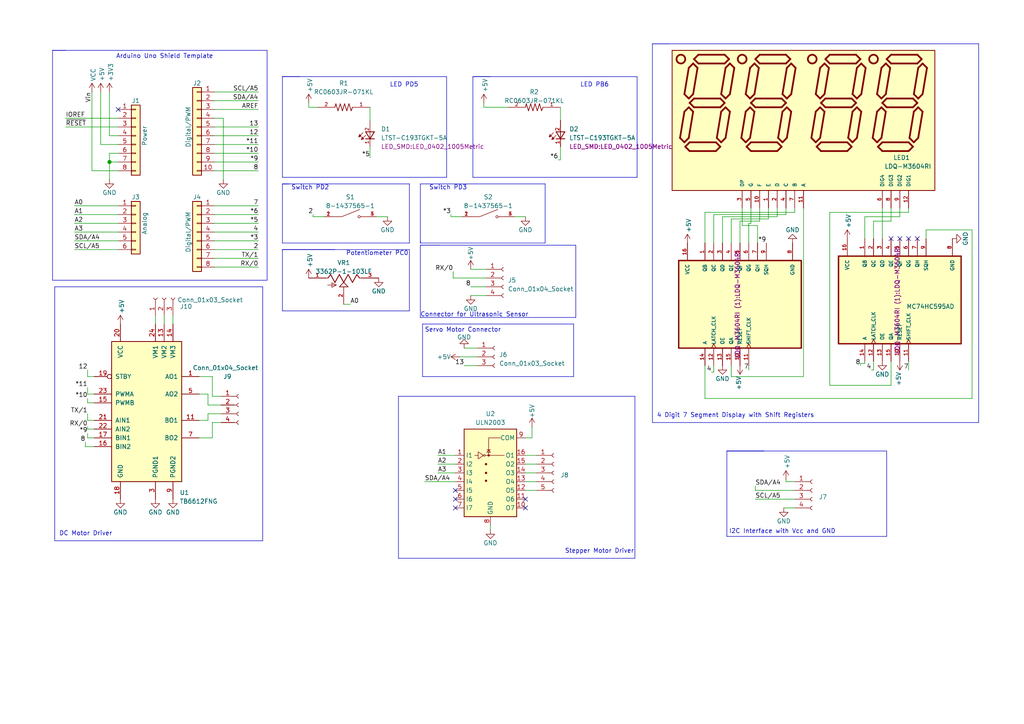
<source format=kicad_sch>
(kicad_sch (version 20230121) (generator eeschema)
  (paper "A4")
  (title_block (date "mar. 31 mars 2015"))
  (lib_symbols
    (symbol "3362P-1-103LF:3362P-1-103LF" (pin_names (offset 1.016))
      (property "Reference" "VR" (at -10.1818 2.5465 0))
      (property "Value" "3362P-1-103LF" (at -10.1645 -7.6423 0))
      (symbol "3362P-1-103LF_0_0"
        (pin passive line (at -10.16 0 0) (length 5.08) (name "~") (number "1"))
        (pin passive line (at 0 -7.62 90) (length 5.08) (name "~") (number "2"))
        (pin passive line (at 10.16 0 180) (length 5.08) (name "~") (number "3"))
      )
    )
    (symbol "8-1437565-1:8-1437565-1" (pin_names (offset 1.016))
      (property "Reference" "S" (at -2.54 2.54 0))
      (property "Value" "8-1437565-1" (at -2.54 -2.54 0))
      (symbol "8-1437565-1_0_0"
        (pin passive line (at -7.62 0 0) (length 2.54) (name "~") (number "1"))
        (pin passive line (at -7.62 0 0) (length 2.54) (name "~") (number "2"))
        (pin passive line (at 7.62 0 180) (length 2.54) (name "~") (number "3"))
        (pin passive line (at 7.62 0 180) (length 2.54) (name "~") (number "4"))
      )
    )
    (symbol "Connector:Conn_01x03_Socket" (pin_names (offset 1.016) hide)
      (property "Reference" "J" (at 0 5.08 0))
      (property "Value" "Conn_01x03_Socket" (at 0 -5.08 0))
      (symbol "Conn_01x03_Socket_1_1"
        (pin passive line (at -5.08 2.54 0) (length 3.81) (name "Pin_1") (number "1"))
        (pin passive line (at -5.08 0 0) (length 3.81) (name "Pin_2") (number "2"))
        (pin passive line (at -5.08 -2.54 0) (length 3.81) (name "Pin_3") (number "3"))
      )
    )
    (symbol "Connector:Conn_01x04_Socket" (pin_names (offset 1.016) hide)
      (property "Reference" "J" (at 0 5.08 0))
      (property "Value" "Conn_01x04_Socket" (at 0 -7.62 0))
      (symbol "Conn_01x04_Socket_1_1"
        (pin passive line (at -5.08 2.54 0) (length 3.81) (name "Pin_1") (number "1"))
        (pin passive line (at -5.08 0 0) (length 3.81) (name "Pin_2") (number "2"))
        (pin passive line (at -5.08 -2.54 0) (length 3.81) (name "Pin_3") (number "3"))
        (pin passive line (at -5.08 -5.08 0) (length 3.81) (name "Pin_4") (number "4"))
      )
    )
    (symbol "Connector:Conn_01x05_Socket" (pin_names (offset 1.016) hide)
      (property "Reference" "J" (at 0 7.62 0))
      (property "Value" "Conn_01x05_Socket" (at 0 -7.62 0))
      (symbol "Conn_01x05_Socket_1_1"
        (pin passive line (at -5.08 5.08 0) (length 3.81) (name "Pin_1") (number "1"))
        (pin passive line (at -5.08 2.54 0) (length 3.81) (name "Pin_2") (number "2"))
        (pin passive line (at -5.08 0 0) (length 3.81) (name "Pin_3") (number "3"))
        (pin passive line (at -5.08 -2.54 0) (length 3.81) (name "Pin_4") (number "4"))
        (pin passive line (at -5.08 -5.08 0) (length 3.81) (name "Pin_5") (number "5"))
      )
    )
    (symbol "Connector_Generic:Conn_01x06" (pin_names (offset 1.016) hide)
      (property "Reference" "J" (at 0 7.62 0))
      (property "Value" "Conn_01x06" (at 0 -10.16 0))
      (symbol "Conn_01x06_1_1"
        (pin passive line (at -5.08 5.08 0) (length 3.81) (name "Pin_1") (number "1"))
        (pin passive line (at -5.08 2.54 0) (length 3.81) (name "Pin_2") (number "2"))
        (pin passive line (at -5.08 0 0) (length 3.81) (name "Pin_3") (number "3"))
        (pin passive line (at -5.08 -2.54 0) (length 3.81) (name "Pin_4") (number "4"))
        (pin passive line (at -5.08 -5.08 0) (length 3.81) (name "Pin_5") (number "5"))
        (pin passive line (at -5.08 -7.62 0) (length 3.81) (name "Pin_6") (number "6"))
      )
    )
    (symbol "Connector_Generic:Conn_01x08" (pin_names (offset 1.016) hide)
      (property "Reference" "J" (at 0 10.16 0))
      (property "Value" "Conn_01x08" (at 0 -12.7 0))
      (symbol "Conn_01x08_1_1"
        (pin passive line (at -5.08 7.62 0) (length 3.81) (name "Pin_1") (number "1"))
        (pin passive line (at -5.08 5.08 0) (length 3.81) (name "Pin_2") (number "2"))
        (pin passive line (at -5.08 2.54 0) (length 3.81) (name "Pin_3") (number "3"))
        (pin passive line (at -5.08 0 0) (length 3.81) (name "Pin_4") (number "4"))
        (pin passive line (at -5.08 -2.54 0) (length 3.81) (name "Pin_5") (number "5"))
        (pin passive line (at -5.08 -5.08 0) (length 3.81) (name "Pin_6") (number "6"))
        (pin passive line (at -5.08 -7.62 0) (length 3.81) (name "Pin_7") (number "7"))
        (pin passive line (at -5.08 -10.16 0) (length 3.81) (name "Pin_8") (number "8"))
      )
    )
    (symbol "Connector_Generic:Conn_01x10" (pin_names (offset 1.016) hide)
      (property "Reference" "J" (at 0 12.7 0))
      (property "Value" "Conn_01x10" (at 0 -15.24 0))
      (symbol "Conn_01x10_1_1"
        (pin passive line (at -5.08 10.16 0) (length 3.81) (name "Pin_1") (number "1"))
        (pin passive line (at -5.08 -12.7 0) (length 3.81) (name "Pin_10") (number "10"))
        (pin passive line (at -5.08 7.62 0) (length 3.81) (name "Pin_2") (number "2"))
        (pin passive line (at -5.08 5.08 0) (length 3.81) (name "Pin_3") (number "3"))
        (pin passive line (at -5.08 2.54 0) (length 3.81) (name "Pin_4") (number "4"))
        (pin passive line (at -5.08 0 0) (length 3.81) (name "Pin_5") (number "5"))
        (pin passive line (at -5.08 -2.54 0) (length 3.81) (name "Pin_6") (number "6"))
        (pin passive line (at -5.08 -5.08 0) (length 3.81) (name "Pin_7") (number "7"))
        (pin passive line (at -5.08 -7.62 0) (length 3.81) (name "Pin_8") (number "8"))
        (pin passive line (at -5.08 -10.16 0) (length 3.81) (name "Pin_9") (number "9"))
      )
    )
    (symbol "Driver_Motor:TB6612FNG" (pin_names (offset 1.016))
      (property "Reference" "U" (at 11.43 17.78 0))
      (property "Value" "TB6612FNG" (at 11.43 15.24 0))
      (symbol "TB6612FNG_1_1"
        (pin output line (at 15.24 10.16 180) (length 5.08) (name "AO1") (number "1"))
        (pin passive line (at 7.62 -25.4 90) (length 5.08) hide (name "PGND2") (number "10"))
        (pin output line (at 15.24 -2.54 180) (length 5.08) (name "BO1") (number "11"))
        (pin passive line (at 15.24 -2.54 180) (length 5.08) hide (name "BO1") (number "12"))
        (pin power_in line (at 5.08 25.4 270) (length 5.08) (name "VM2") (number "13"))
        (pin power_in line (at 7.62 25.4 270) (length 5.08) (name "VM3") (number "14"))
        (pin input line (at -15.24 2.54 0) (length 5.08) (name "PWMB") (number "15"))
        (pin input line (at -15.24 -10.16 0) (length 5.08) (name "BIN2") (number "16"))
        (pin input line (at -15.24 -7.62 0) (length 5.08) (name "BIN1") (number "17"))
        (pin power_in line (at -7.62 -25.4 90) (length 5.08) (name "GND") (number "18"))
        (pin input inverted (at -15.24 10.16 0) (length 5.08) (name "STBY") (number "19"))
        (pin passive line (at 15.24 10.16 180) (length 5.08) hide (name "AO1") (number "2"))
        (pin power_in line (at -7.62 25.4 270) (length 5.08) (name "VCC") (number "20"))
        (pin input line (at -15.24 -2.54 0) (length 5.08) (name "AIN1") (number "21"))
        (pin input line (at -15.24 -5.08 0) (length 5.08) (name "AIN2") (number "22"))
        (pin input line (at -15.24 5.08 0) (length 5.08) (name "PWMA") (number "23"))
        (pin power_in line (at 2.54 25.4 270) (length 5.08) (name "VM1") (number "24"))
        (pin power_in line (at 2.54 -25.4 90) (length 5.08) (name "PGND1") (number "3"))
        (pin passive line (at 2.54 -25.4 90) (length 5.08) hide (name "PGND1") (number "4"))
        (pin output line (at 15.24 5.08 180) (length 5.08) (name "AO2") (number "5"))
        (pin passive line (at 15.24 5.08 180) (length 5.08) hide (name "AO2") (number "6"))
        (pin output line (at 15.24 -7.62 180) (length 5.08) (name "BO2") (number "7"))
        (pin passive line (at 15.24 -7.62 180) (length 5.08) hide (name "BO2") (number "8"))
        (pin power_in line (at 7.62 -25.4 90) (length 5.08) (name "PGND2") (number "9"))
      )
    )
    (symbol "LDQ-M3604RI:LDQ-M3604RI" (pin_names (offset 1.016))
      (property "Reference" "LED" (at -2.54 -20.32 0))
      (property "Value" "LDQ-M3604RI" (at -2.54 -22.86 0))
      (symbol "LDQ-M3604RI_0_0"
        (pin bidirectional line (at 10.16 27.94 270) (length 5.08) (name "E") (number "1"))
        (pin bidirectional line (at 12.7 27.94 270) (length 5.08) (name "F") (number "10"))
        (pin bidirectional line (at 0 27.94 270) (length 5.08) (name "A") (number "11"))
        (pin bidirectional line (at -30.48 27.94 270) (length 5.08) (name "DIG1") (number "12"))
        (pin bidirectional line (at 7.62 27.94 270) (length 5.08) (name "D") (number "2"))
        (pin bidirectional line (at 17.78 27.94 270) (length 5.08) (name "DP") (number "3"))
        (pin bidirectional line (at 5.08 27.94 270) (length 5.08) (name "C") (number "4"))
        (pin bidirectional line (at 15.24 27.94 270) (length 5.08) (name "G") (number "5"))
        (pin bidirectional line (at -22.86 27.94 270) (length 5.08) (name "DIG4") (number "6"))
        (pin bidirectional line (at 2.54 27.94 270) (length 5.08) (name "B") (number "7"))
        (pin bidirectional line (at -25.4 27.94 270) (length 5.08) (name "DIG3") (number "8"))
        (pin bidirectional line (at -27.94 27.94 270) (length 5.08) (name "DIG2") (number "9"))
      )
    )
    (symbol "LTST-C193TGKT-5A:LTST-C193TGKT-5A" (pin_names (offset 1.016))
      (property "Reference" "D" (at 2.5462 2.5462 0))
      (property "Value" "LTST-C193TGKT-5A" (at 2.5467 0 0))
      (symbol "LTST-C193TGKT-5A_0_0"
        (pin passive line (at 0 -2.54 90) (length 2.54) (name "~") (number "1"))
        (pin passive line (at 0 5.08 270) (length 5.08) (name "~") (number "2"))
      )
    )
    (symbol "MC74HC595AD:MC74HC595AD" (pin_names (offset 1.016))
      (property "Reference" "U" (at -12.7 18.78 0))
      (property "Value" "MC74HC595AD" (at -12.7 -21.78 0))
      (symbol "MC74HC595AD_0_0"
        (pin output line (at 17.78 10.16 180) (length 5.08) (name "QB") (number "1"))
        (pin input line (at -17.78 0 0) (length 5.08) (name "RESET") (number "10"))
        (pin input clock (at -17.78 -2.54 0) (length 5.08) (name "SHIFT_CLK") (number "11"))
        (pin input clock (at -17.78 7.62 0) (length 5.08) (name "LATCH_CLK") (number "12"))
        (pin input line (at -17.78 5.08 0) (length 5.08) (name "OE") (number "13"))
        (pin input line (at -17.78 10.16 0) (length 5.08) (name "A") (number "14"))
        (pin input line (at -17.78 2.54 0) (length 5.08) (name "QA") (number "15"))
        (pin power_in line (at 17.78 15.24 180) (length 5.08) (name "VCC") (number "16"))
        (pin output line (at 17.78 7.62 180) (length 5.08) (name "QC") (number "2"))
        (pin output line (at 17.78 5.08 180) (length 5.08) (name "QD") (number "3"))
        (pin output line (at 17.78 2.54 180) (length 5.08) (name "QE") (number "4"))
        (pin output line (at 17.78 0 180) (length 5.08) (name "QF") (number "5"))
        (pin output line (at 17.78 -2.54 180) (length 5.08) (name "QG") (number "6"))
        (pin output line (at 17.78 -5.08 180) (length 5.08) (name "QH") (number "7"))
        (pin power_in line (at 17.78 -15.24 180) (length 5.08) (name "GND") (number "8"))
        (pin output line (at 17.78 -7.62 180) (length 5.08) (name "SQH") (number "9"))
      )
    )
    (symbol "RC0603JR-071KL:RC0603JR-071KL" (pin_names (offset 1.016))
      (property "Reference" "R" (at -3.81 1.4986 0))
      (property "Value" "RC0603JR-071KL" (at -3.81 -3.302 0))
      (symbol "RC0603JR-071KL_0_0"
        (pin passive line (at -7.62 0 0) (length 5.08) (name "~") (number "1"))
        (pin passive line (at 7.62 0 180) (length 5.08) (name "~") (number "2"))
      )
    )
    (symbol "Transistor_Array:ULN2003"
      (property "Reference" "U" (at 0 15.875 0))
      (property "Value" "ULN2003" (at 0 13.97 0))
      (symbol "ULN2003_1_1"
        (pin input line (at -10.16 5.08 0) (length 2.54) (name "I1") (number "1"))
        (pin open_collector line (at 10.16 -10.16 180) (length 2.54) (name "O7") (number "10"))
        (pin open_collector line (at 10.16 -7.62 180) (length 2.54) (name "O6") (number "11"))
        (pin open_collector line (at 10.16 -5.08 180) (length 2.54) (name "O5") (number "12"))
        (pin open_collector line (at 10.16 -2.54 180) (length 2.54) (name "O4") (number "13"))
        (pin open_collector line (at 10.16 0 180) (length 2.54) (name "O3") (number "14"))
        (pin open_collector line (at 10.16 2.54 180) (length 2.54) (name "O2") (number "15"))
        (pin open_collector line (at 10.16 5.08 180) (length 2.54) (name "O1") (number "16"))
        (pin input line (at -10.16 2.54 0) (length 2.54) (name "I2") (number "2"))
        (pin input line (at -10.16 0 0) (length 2.54) (name "I3") (number "3"))
        (pin input line (at -10.16 -2.54 0) (length 2.54) (name "I4") (number "4"))
        (pin input line (at -10.16 -5.08 0) (length 2.54) (name "I5") (number "5"))
        (pin input line (at -10.16 -7.62 0) (length 2.54) (name "I6") (number "6"))
        (pin input line (at -10.16 -10.16 0) (length 2.54) (name "I7") (number "7"))
        (pin power_in line (at 0 -15.24 90) (length 2.54) (name "GND") (number "8"))
        (pin passive line (at 10.16 10.16 180) (length 2.54) (name "COM") (number "9"))
      )
    )
    (symbol "power:+3V3" (power) (pin_names (offset 0))
      (property "Value" "+3V3" (at 0 3.556 0))
      (symbol "+3V3_1_1"
        (pin power_in line (at 0 0 90) (length 0) hide (name "+3V3") (number "1"))
      )
    )
    (symbol "power:+5V" (power) (pin_names (offset 0))
      (property "Value" "+5V" (at 0 3.556 0))
      (symbol "+5V_1_1"
        (pin power_in line (at 0 0 90) (length 0) hide (name "+5V") (number "1"))
      )
    )
    (symbol "power:GND" (power) (pin_names (offset 0))
      (property "Value" "GND" (at 0 -3.81 0))
      (symbol "GND_1_1"
        (pin power_in line (at 0 0 270) (length 0) hide (name "GND") (number "1"))
      )
    )
    (symbol "power:VCC" (power) (pin_names (offset 0))
      (property "Value" "VCC" (at 0 3.81 0))
      (symbol "VCC_1_1"
        (pin power_in line (at 0 0 90) (length 0) hide (name "VCC") (number "1"))
      )
    )
  )
  (junction (at 31.75 46.99) (diameter 1.016))
  (no_connect (at 132.08 144.78))
  (no_connect (at 260.985 69.215))
  (no_connect (at 152.4 144.78))
  (no_connect (at 263.525 69.215))
  (no_connect (at 132.08 147.32))
  (no_connect (at 152.4 147.32))
  (no_connect (at 266.065 69.215))
  (no_connect (at 132.08 142.24))
  (no_connect (at 34.29 31.75))
  (no_connect (at 258.445 69.215))
  (wire (pts (xy 62.23 77.47) (xy 74.93 77.47)))
  (wire (pts (xy 127 137.16) (xy 132.08 137.16)))
  (polyline (pts (xy 15.24 14.605) (xy 19.05 14.605)))
  (wire (pts (xy 61.595 122.555) (xy 64.135 122.555)))
  (wire (pts (xy 233.045 109.22) (xy 212.09 109.22)))
  (polyline (pts (xy 81.915 22.225) (xy 129.54 22.225)))
  (wire (pts (xy 263.525 60.325) (xy 263.525 61.595)))
  (wire (pts (xy 250.825 62.865) (xy 250.825 69.215)))
  (wire (pts (xy 123.19 139.7) (xy 132.08 139.7)))
  (wire (pts (xy 62.23 44.45) (xy 74.93 44.45)))
  (wire (pts (xy 60.325 121.92) (xy 60.325 120.015)))
  (wire (pts (xy 25.4 124.46) (xy 25.4 123.825)))
  (wire (pts (xy 45.085 91.44) (xy 45.085 93.98)))
  (wire (pts (xy 62.23 26.67) (xy 74.93 26.67)))
  (wire (pts (xy 249.555 105.41) (xy 250.825 105.41)))
  (wire (pts (xy 130.81 62.865) (xy 130.81 62.23)))
  (polyline (pts (xy 184.15 161.925) (xy 115.57 161.925)))
  (wire (pts (xy 281.94 66.675) (xy 281.94 115.57)))
  (wire (pts (xy 127 132.08) (xy 132.08 132.08)))
  (wire (pts (xy 31.75 44.45) (xy 31.75 46.99)))
  (polyline (pts (xy 121.92 70.485) (xy 121.92 69.85)))
  (polyline (pts (xy 115.57 114.935) (xy 115.57 161.925)))
  (wire (pts (xy 21.59 72.39) (xy 34.29 72.39)))
  (wire (pts (xy 92.075 31.115) (xy 89.535 31.115)))
  (wire (pts (xy 60.325 120.015) (xy 64.135 120.015)))
  (wire (pts (xy 250.825 105.41) (xy 250.825 104.775)))
  (wire (pts (xy 281.94 115.57) (xy 204.47 115.57)))
  (wire (pts (xy 24.765 129.54) (xy 24.765 128.27)))
  (wire (pts (xy 57.785 127) (xy 61.595 127)))
  (polyline (pts (xy 115.57 114.935) (xy 184.15 114.935)))
  (wire (pts (xy 31.75 46.99) (xy 31.75 52.07)))
  (wire (pts (xy 107.315 42.545) (xy 107.315 45.72)))
  (wire (pts (xy 258.445 60.325) (xy 258.445 64.135)))
  (wire (pts (xy 227.33 147.32) (xy 230.505 147.32)))
  (polyline (pts (xy 123.825 53.34) (xy 158.115 53.34)))
  (wire (pts (xy 31.75 39.37) (xy 34.29 39.37)))
  (wire (pts (xy 227.965 139.7) (xy 227.965 139.065)))
  (wire (pts (xy 136.525 83.185) (xy 140.97 83.185)))
  (wire (pts (xy 207.01 106.045) (xy 207.01 107.95)))
  (wire (pts (xy 29.21 41.91) (xy 34.29 41.91)))
  (wire (pts (xy 29.21 26.67) (xy 29.21 41.91)))
  (wire (pts (xy 212.09 109.22) (xy 212.09 106.045)))
  (wire (pts (xy 249.555 106.045) (xy 249.555 105.41)))
  (polyline (pts (xy 137.16 22.225) (xy 142.24 22.225)))
  (polyline (pts (xy 81.915 90.17) (xy 81.915 72.39)))
  (wire (pts (xy 62.23 36.83) (xy 74.93 36.83)))
  (wire (pts (xy 25.4 109.22) (xy 25.4 107.315)))
  (wire (pts (xy 31.75 26.67) (xy 31.75 39.37)))
  (wire (pts (xy 62.23 59.69) (xy 74.93 59.69)))
  (wire (pts (xy 217.805 60.325) (xy 217.805 64.77)))
  (polyline (pts (xy 81.915 53.34) (xy 83.82 53.34)))
  (wire (pts (xy 34.29 59.69) (xy 21.59 59.69)))
  (wire (pts (xy 62.23 39.37) (xy 74.93 39.37)))
  (wire (pts (xy 25.4 127) (xy 25.4 125.73)))
  (wire (pts (xy 25.4 114.3) (xy 25.4 112.395)))
  (wire (pts (xy 149.225 62.865) (xy 152.4 62.865)))
  (wire (pts (xy 220.345 60.325) (xy 220.345 64.135)))
  (polyline (pts (xy 129.54 51.435) (xy 81.915 51.435)))
  (wire (pts (xy 260.985 60.325) (xy 260.985 62.865)))
  (wire (pts (xy 62.23 62.23) (xy 74.93 62.23)))
  (wire (pts (xy 217.805 64.77) (xy 217.17 64.77)))
  (wire (pts (xy 61.595 114.935) (xy 64.135 114.935)))
  (wire (pts (xy 142.24 152.4) (xy 142.24 153.67)))
  (wire (pts (xy 219.075 144.78) (xy 230.505 144.78)))
  (polyline (pts (xy 15.24 14.605) (xy 77.47 14.605)))
  (wire (pts (xy 50.165 91.44) (xy 50.165 93.98)))
  (wire (pts (xy 207.01 62.23) (xy 207.01 70.485)))
  (wire (pts (xy 101.6 88.265) (xy 99.695 88.265)))
  (wire (pts (xy 220.345 64.135) (xy 214.63 64.135)))
  (wire (pts (xy 47.625 91.44) (xy 47.625 93.98)))
  (wire (pts (xy 225.425 60.325) (xy 225.425 62.865)))
  (wire (pts (xy 227.965 62.23) (xy 207.01 62.23)))
  (wire (pts (xy 57.785 114.3) (xy 60.325 114.3)))
  (wire (pts (xy 27.305 116.84) (xy 25.4 116.84)))
  (polyline (pts (xy 210.82 130.81) (xy 221.615 130.81)))
  (wire (pts (xy 62.23 46.99) (xy 74.93 46.99)))
  (polyline (pts (xy 283.845 12.7) (xy 283.845 122.555)))
  (wire (pts (xy 222.885 60.325) (xy 222.885 63.5)))
  (wire (pts (xy 127 134.62) (xy 132.08 134.62)))
  (wire (pts (xy 207.01 107.95) (xy 206.375 107.95)))
  (polyline (pts (xy 118.745 72.39) (xy 118.745 90.17)))
  (polyline (pts (xy 121.92 71.12) (xy 127.635 71.12)))
  (wire (pts (xy 62.23 67.31) (xy 74.93 67.31)))
  (wire (pts (xy 152.4 137.16) (xy 155.575 137.16)))
  (polyline (pts (xy 129.54 22.225) (xy 129.54 51.435)))
  (polyline (pts (xy 167.005 92.075) (xy 121.92 92.075)))
  (wire (pts (xy 90.805 62.865) (xy 90.805 62.23)))
  (wire (pts (xy 230.505 61.595) (xy 204.47 61.595)))
  (wire (pts (xy 214.63 64.135) (xy 214.63 70.485)))
  (wire (pts (xy 19.05 34.29) (xy 34.29 34.29)))
  (wire (pts (xy 152.4 139.7) (xy 155.575 139.7)))
  (polyline (pts (xy 76.2 156.845) (xy 15.875 156.845)))
  (polyline (pts (xy 118.745 90.17) (xy 81.915 90.17)))
  (wire (pts (xy 136.525 78.105) (xy 140.97 78.105)))
  (polyline (pts (xy 184.15 114.935) (xy 184.15 161.925)))
  (polyline (pts (xy 121.92 70.485) (xy 121.92 53.34)))
  (wire (pts (xy 240.665 61.595) (xy 240.665 111.76)))
  (polyline (pts (xy 189.23 122.555) (xy 189.23 12.7)))
  (wire (pts (xy 136.525 85.725) (xy 140.97 85.725)))
  (wire (pts (xy 253.365 104.775) (xy 253.365 107.315)))
  (wire (pts (xy 222.885 63.5) (xy 212.09 63.5)))
  (wire (pts (xy 64.77 34.29) (xy 64.77 52.07)))
  (polyline (pts (xy 167.005 71.12) (xy 167.005 92.075)))
  (wire (pts (xy 62.23 31.75) (xy 74.93 31.75)))
  (polyline (pts (xy 210.82 130.81) (xy 257.175 130.81)))
  (wire (pts (xy 219.71 65.405) (xy 219.71 70.485)))
  (polyline (pts (xy 15.875 83.185) (xy 76.2 83.185)))
  (wire (pts (xy 133.35 103.505) (xy 138.43 103.505)))
  (polyline (pts (xy 121.92 53.34) (xy 123.825 53.34)))
  (wire (pts (xy 217.17 107.315) (xy 217.17 106.045)))
  (polyline (pts (xy 210.82 155.575) (xy 210.82 130.81)))
  (polyline (pts (xy 121.92 71.12) (xy 167.005 71.12)))
  (wire (pts (xy 25.4 121.92) (xy 25.4 120.015)))
  (wire (pts (xy 34.29 64.77) (xy 21.59 64.77)))
  (wire (pts (xy 19.05 36.83) (xy 34.29 36.83)))
  (polyline (pts (xy 158.115 53.34) (xy 158.115 70.485)))
  (polyline (pts (xy 158.115 70.485) (xy 121.92 70.485)))
  (wire (pts (xy 57.785 109.22) (xy 61.595 109.22)))
  (wire (pts (xy 93.98 62.865) (xy 90.805 62.865)))
  (wire (pts (xy 258.445 111.76) (xy 258.445 104.775)))
  (wire (pts (xy 140.335 31.115) (xy 147.32 31.115)))
  (wire (pts (xy 34.29 46.99) (xy 31.75 46.99)))
  (polyline (pts (xy 81.915 72.39) (xy 118.745 72.39)))
  (wire (pts (xy 27.305 114.3) (xy 25.4 114.3)))
  (polyline (pts (xy 118.745 70.485) (xy 81.915 70.485)))
  (wire (pts (xy 212.09 63.5) (xy 212.09 70.485)))
  (polyline (pts (xy 189.23 12.7) (xy 283.845 12.7)))
  (polyline (pts (xy 15.24 81.28) (xy 15.24 14.605)))
  (polyline (pts (xy 122.555 93.98) (xy 122.555 109.22)))
  (wire (pts (xy 152.4 127) (xy 154.305 127)))
  (wire (pts (xy 27.305 121.92) (xy 25.4 121.92)))
  (wire (pts (xy 204.47 115.57) (xy 204.47 106.045)))
  (wire (pts (xy 34.29 49.53) (xy 26.67 49.53)))
  (polyline (pts (xy 77.47 14.605) (xy 77.47 81.28)))
  (wire (pts (xy 133.985 62.865) (xy 130.81 62.865)))
  (wire (pts (xy 21.59 62.23) (xy 34.29 62.23)))
  (wire (pts (xy 60.325 114.3) (xy 60.325 117.475)))
  (wire (pts (xy 60.325 117.475) (xy 64.135 117.475)))
  (wire (pts (xy 215.265 60.325) (xy 215.265 65.405)))
  (wire (pts (xy 162.56 46.355) (xy 161.925 46.355)))
  (polyline (pts (xy 166.37 93.98) (xy 166.37 109.22)))
  (wire (pts (xy 162.56 31.115) (xy 162.56 34.925)))
  (wire (pts (xy 225.425 62.865) (xy 209.55 62.865)))
  (wire (pts (xy 253.365 107.315) (xy 252.73 107.315)))
  (polyline (pts (xy 137.16 22.225) (xy 184.785 22.225)))
  (wire (pts (xy 255.905 60.325) (xy 255.905 69.215)))
  (polyline (pts (xy 184.785 22.225) (xy 184.785 51.435)))
  (wire (pts (xy 57.785 121.92) (xy 60.325 121.92)))
  (wire (pts (xy 260.985 62.865) (xy 250.825 62.865)))
  (wire (pts (xy 61.595 109.22) (xy 61.595 114.935)))
  (wire (pts (xy 258.445 64.135) (xy 253.365 64.135)))
  (wire (pts (xy 240.665 111.76) (xy 258.445 111.76)))
  (polyline (pts (xy 81.915 22.225) (xy 86.995 22.225)))
  (wire (pts (xy 268.605 66.675) (xy 281.94 66.675)))
  (wire (pts (xy 152.4 132.08) (xy 155.575 132.08)))
  (wire (pts (xy 62.23 34.29) (xy 64.77 34.29)))
  (wire (pts (xy 233.045 60.325) (xy 233.045 109.22)))
  (wire (pts (xy 215.265 65.405) (xy 219.71 65.405)))
  (wire (pts (xy 204.47 61.595) (xy 204.47 70.485)))
  (wire (pts (xy 34.29 44.45) (xy 31.75 44.45)))
  (wire (pts (xy 152.4 134.62) (xy 155.575 134.62)))
  (wire (pts (xy 131.445 80.645) (xy 140.97 80.645)))
  (wire (pts (xy 27.305 124.46) (xy 25.4 124.46)))
  (wire (pts (xy 61.595 127) (xy 61.595 122.555)))
  (wire (pts (xy 62.23 41.91) (xy 74.93 41.91)))
  (wire (pts (xy 209.55 62.865) (xy 209.55 70.485)))
  (wire (pts (xy 263.525 107.315) (xy 263.525 104.775)))
  (wire (pts (xy 162.56 42.545) (xy 162.56 46.355)))
  (polyline (pts (xy 166.37 109.22) (xy 122.555 109.22)))
  (polyline (pts (xy 15.875 83.185) (xy 15.875 156.845)))
  (wire (pts (xy 89.535 31.115) (xy 89.535 29.845)))
  (wire (pts (xy 62.23 64.77) (xy 74.93 64.77)))
  (wire (pts (xy 230.505 139.7) (xy 227.965 139.7)))
  (wire (pts (xy 21.59 67.31) (xy 34.29 67.31)))
  (wire (pts (xy 131.445 78.74) (xy 131.445 80.645)))
  (wire (pts (xy 27.305 109.22) (xy 25.4 109.22)))
  (polyline (pts (xy 81.915 51.435) (xy 81.915 22.225)))
  (polyline (pts (xy 189.23 12.7) (xy 194.31 12.7)))
  (polyline (pts (xy 81.915 70.485) (xy 81.915 53.34)))
  (wire (pts (xy 154.305 127) (xy 154.305 123.825)))
  (wire (pts (xy 27.305 129.54) (xy 24.765 129.54)))
  (polyline (pts (xy 81.915 72.39) (xy 97.155 72.39)))
  (polyline (pts (xy 184.785 51.435) (xy 137.16 51.435)))
  (wire (pts (xy 134.62 100.965) (xy 138.43 100.965)))
  (wire (pts (xy 253.365 64.135) (xy 253.365 69.215)))
  (polyline (pts (xy 76.2 83.185) (xy 76.2 156.845)))
  (wire (pts (xy 25.4 116.84) (xy 25.4 115.57)))
  (polyline (pts (xy 121.92 92.075) (xy 121.92 71.12)))
  (wire (pts (xy 227.965 60.325) (xy 227.965 62.23)))
  (wire (pts (xy 263.525 61.595) (xy 240.665 61.595)))
  (polyline (pts (xy 283.845 122.555) (xy 189.23 122.555)))
  (polyline (pts (xy 77.47 81.28) (xy 15.24 81.28)))
  (wire (pts (xy 62.23 29.21) (xy 74.93 29.21)))
  (polyline (pts (xy 81.915 53.34) (xy 118.745 53.34)))
  (wire (pts (xy 62.23 72.39) (xy 74.93 72.39)))
  (polyline (pts (xy 257.175 130.81) (xy 257.175 155.575)))
  (wire (pts (xy 62.23 69.85) (xy 74.93 69.85)))
  (polyline (pts (xy 137.16 51.435) (xy 137.16 22.225)))
  (wire (pts (xy 140.335 31.115) (xy 140.335 29.845)))
  (wire (pts (xy 109.22 62.865) (xy 112.395 62.865)))
  (wire (pts (xy 230.505 60.325) (xy 230.505 61.595)))
  (polyline (pts (xy 257.175 155.575) (xy 210.82 155.575)))
  (wire (pts (xy 230.505 142.24) (xy 219.075 142.24)))
  (wire (pts (xy 27.305 127) (xy 25.4 127)))
  (wire (pts (xy 217.17 64.77) (xy 217.17 70.485)))
  (wire (pts (xy 219.075 142.24) (xy 219.075 140.97)))
  (polyline (pts (xy 122.555 93.98) (xy 166.37 93.98)))
  (wire (pts (xy 62.23 74.93) (xy 74.93 74.93)))
  (wire (pts (xy 26.67 49.53) (xy 26.67 26.67)))
  (wire (pts (xy 152.4 142.24) (xy 155.575 142.24)))
  (wire (pts (xy 134.62 106.045) (xy 138.43 106.045)))
  (wire (pts (xy 107.315 31.115) (xy 107.315 34.925)))
  (polyline (pts (xy 118.745 53.34) (xy 118.745 70.485)))
  (wire (pts (xy 34.29 69.85) (xy 21.59 69.85)))
  (wire (pts (xy 62.23 49.53) (xy 74.93 49.53)))
  (wire (pts (xy 268.605 69.215) (xy 268.605 66.675)))
  (text "Connector for Ultrasonic Sensor" (at 121.92 92.075 0) (effects (font (size 1.27 1.27)) (justify left bottom)))
  (text "I2C Interface with Vcc and GND" (at 211.455 154.94 0) (effects (font (size 1.27 1.27)) (justify left bottom)))
  (text "4 Digit 7 Segment Display with Shift Registers" (at 190.5 121.285 0) (effects (font (size 1.27 1.27)) (justify left bottom)))
  (text "Switch PD3" (at 124.46 55.245 0) (effects (font (size 1.27 1.27)) (justify left bottom)))
  (text "Arduino Uno Shield Template" (at 33.655 17.145 0) (effects (font (size 1.27 1.27)) (justify left bottom)))
  (text "LED PB6\n" (at 168.275 25.4 0) (effects (font (size 1.27 1.27)) (justify left bottom)))
  (text "DC Motor Driver" (at 17.145 155.575 0) (effects (font (size 1.27 1.27)) (justify left bottom)))
  (text "Servo Motor Connector" (at 123.19 96.52 0) (effects (font (size 1.27 1.27)) (justify left bottom)))
  (text "LED PD5" (at 113.03 25.4 0) (effects (font (size 1.27 1.27)) (justify left bottom)))
  (text "Potentiometer PC0" (at 100.33 74.295 0) (effects (font (size 1.27 1.27)) (justify left bottom)))
  (text "Switch PD2" (at 84.455 55.245 0) (effects (font (size 1.27 1.27)) (justify left bottom)))
  (text "Stepper Motor Driver" (at 163.83 160.655 0) (effects (font (size 1.27 1.27)) (justify left bottom)))
  (label "RX{slash}0" (at 74.93 77.47 180))
  (label "*3" (at 130.81 62.23 180))
  (label "A2" (at 21.59 64.77 0))
  (label "4" (at 74.93 67.31 180))
  (label "7" (at 263.525 107.315 180))
  (label "4" (at 252.73 107.315 180))
  (label "2" (at 74.93 72.39 180))
  (label "12" (at 25.4 107.315 180))
  (label "A3" (at 21.59 67.31 0))
  (label "SDA{slash}A4" (at 123.19 139.7 0))
  (label "13" (at 74.93 36.83 180))
  (label "12" (at 74.93 39.37 180))
  (label "*5" (at 107.315 45.72 180))
  (label "~{RESET}" (at 19.05 36.83 0))
  (label "8" (at 136.525 83.185 180))
  (label "*10" (at 74.93 44.45 180))
  (label "*9" (at 222.25 70.485 180))
  (label "7" (at 217.17 107.315 180))
  (label "*10" (at 25.4 115.57 180))
  (label "8" (at 249.555 106.045 180))
  (label "A1" (at 127 132.08 0))
  (label "SCL{slash}A5" (at 219.075 144.78 0))
  (label "TX{slash}1" (at 25.4 120.015 180))
  (label "A3" (at 127 137.16 0))
  (label "7" (at 74.93 59.69 180))
  (label "SDA{slash}A4" (at 74.93 29.21 180))
  (label "8" (at 74.93 49.53 180))
  (label "13" (at 134.62 106.045 180))
  (label "A2" (at 127 134.62 0))
  (label "*11" (at 74.93 41.91 180))
  (label "*3" (at 74.93 69.85 180))
  (label "A0" (at 101.6 88.265 0))
  (label "*6" (at 161.925 46.355 180))
  (label "A1" (at 21.59 62.23 0))
  (label "RX{slash}0" (at 25.4 123.825 180))
  (label "TX{slash}1" (at 74.93 74.93 180))
  (label "*9" (at 25.4 125.73 180))
  (label "A0" (at 21.59 59.69 0))
  (label "AREF" (at 74.93 31.75 180))
  (label "Vin" (at 26.67 26.67 270))
  (label "*6" (at 74.93 62.23 180))
  (label "2" (at 90.805 62.23 180))
  (label "SCL{slash}A5" (at 74.93 26.67 180))
  (label "*9" (at 74.93 46.99 180))
  (label "*5" (at 74.93 64.77 180))
  (label "SDA{slash}A4" (at 219.075 140.97 0))
  (label "IOREF" (at 19.05 34.29 0))
  (label "8" (at 24.765 128.27 180))
  (label "SDA{slash}A4" (at 21.59 69.85 0))
  (label "SCL{slash}A5" (at 21.59 72.39 0))
  (label "*11" (at 25.4 112.395 180))
  (label "4" (at 206.375 107.95 180))
  (label "RX{slash}0" (at 131.445 78.74 180))
  (symbol (lib_id "Connector_Generic:Conn_01x08") (at 39.37 39.37 0) (unit 1)
    (property "Reference" "J1" (at 39.37 29.21 0))
    (property "Value" "Power" (at 41.91 39.37 90))
    (property "Footprint" "Connector_PinSocket_2.54mm:PinSocket_1x08_P2.54mm_Vertical" (effects hide))
  )
  (symbol (lib_id "power:+3V3") (at 31.75 26.67 0) (unit 1)
    (property "Reference" "#PWR03" (effects hide))
    (property "Value" "+3.3V" (at 32.131 23.622 90) (effects (justify left)))
  )
  (symbol (lib_id "power:+5V") (at 29.21 26.67 0) (unit 1)
    (property "Reference" "#PWR02" (effects hide))
    (property "Value" "+5V" (at 29.5656 23.622 90) (effects (justify left)))
  )
  (symbol (lib_id "power:GND") (at 31.75 52.07 0) (unit 1)
    (property "Reference" "#PWR04" (effects hide))
    (property "Value" "GND" (at 31.75 55.88 0))
  )
  (symbol (lib_id "Connector_Generic:Conn_01x10") (at 57.15 36.83 0) (mirror y) (unit 1)
    (property "Reference" "J2" (at 57.15 24.13 0))
    (property "Value" "Digital/PWM" (at 54.61 36.83 90))
    (property "Footprint" "Connector_PinSocket_2.54mm:PinSocket_1x10_P2.54mm_Vertical" (effects hide))
  )
  (symbol (lib_id "power:GND") (at 64.77 52.07 0) (unit 1)
    (property "Reference" "#PWR05" (effects hide))
    (property "Value" "GND" (at 64.77 55.88 0))
  )
  (symbol (lib_id "Connector_Generic:Conn_01x06") (at 39.37 64.77 0) (unit 1)
    (property "Reference" "J3" (at 39.37 57.15 0))
    (property "Value" "Analog" (at 41.91 64.77 90))
    (property "Footprint" "Connector_PinSocket_2.54mm:PinSocket_1x06_P2.54mm_Vertical" (effects hide))
  )
  (symbol (lib_id "Connector_Generic:Conn_01x08") (at 57.15 67.31 0) (mirror y) (unit 1)
    (property "Reference" "J4" (at 57.15 57.15 0))
    (property "Value" "Digital/PWM" (at 54.61 67.31 90))
    (property "Footprint" "Connector_PinSocket_2.54mm:PinSocket_1x08_P2.54mm_Vertical" (effects hide))
  )
  (symbol (lib_id "power:+5V") (at 89.535 80.645 0) (unit 1)
    (property "Reference" "#PWR010" (effects hide))
    (property "Value" "+5V" (at 89.8906 77.597 90) (effects (justify left)))
  )
  (symbol (lib_id "power:+5V") (at 133.35 103.505 90) (unit 1)
    (property "Reference" "#PWR025" (effects hide))
    (property "Value" "+5V" (at 130.81 103.505 90) (effects (justify left)))
  )
  (symbol (lib_id "power:+5V") (at 34.925 93.98 0) (unit 1)
    (property "Reference" "#PWR022" (effects hide))
    (property "Value" "+5V" (at 35.2806 90.932 90) (effects (justify left)))
  )
  (symbol (lib_id "power:+5V") (at 260.985 104.775 180) (unit 1)
    (property "Reference" "#PWR018" (effects hide))
    (property "Value" "+5V" (at 260.6294 107.823 90) (effects (justify left)))
  )
  (symbol (lib_id "power:+5V") (at 89.535 29.845 0) (unit 1)
    (property "Reference" "#PWR06" (effects hide))
    (property "Value" "+5V" (at 89.8906 26.797 90) (effects (justify left)))
  )
  (symbol (lib_id "3362P-1-103LF:3362P-1-103LF") (at 99.695 80.645 0) (unit 1)
    (property "Reference" "VR1" (at 99.695 76.2 0))
    (property "Value" "3362P-1-103LF" (at 99.695 78.74 0))
    (property "Footprint" "Potentiometer_SMD:Potentiometer_ACP_CA6-VSMD_Vertical" (effects hide))
    (property "PARTREV" "08/26/10" (effects hide))
    (property "MF" "Bourns" (effects hide))
    (property "MP" "3362P-1-205LF" (effects hide))
    (property "STANDARD" "Manufacturer Recommendation" (effects hide))
  )
  (symbol (lib_id "power:GND") (at 34.925 144.78 0) (unit 1)
    (property "Reference" "#PWR023" (effects hide))
    (property "Value" "GND" (at 34.925 148.59 0))
  )
  (symbol (lib_id "power:GND") (at 276.225 69.215 90) (unit 1)
    (property "Reference" "#PWR015" (effects hide))
    (property "Value" "GND" (at 280.035 69.215 0))
  )
  (symbol (lib_id "power:GND") (at 209.55 106.045 0) (unit 1)
    (property "Reference" "#PWR017" (effects hide))
    (property "Value" "GND" (at 209.55 109.855 0))
  )
  (symbol (lib_id "power:GND") (at 152.4 62.865 0) (unit 1)
    (property "Reference" "#PWR09" (effects hide))
    (property "Value" "GND" (at 152.4 66.675 0))
  )
  (symbol (lib_id "Driver_Motor:TB6612FNG") (at 42.545 119.38 0) (unit 1)
    (property "Reference" "U1" (at 52.1209 142.875 0) (effects (justify left)))
    (property "Value" "TB6612FNG" (at 52.1209 145.415 0) (effects (justify left)))
    (property "Footprint" "Package_SO:SSOP-24_5.3x8.2mm_P0.65mm" (effects hide))
    (property "Datasheet" "https://toshiba.semicon-storage.com/us/product/linear/motordriver/detail.TB6612FNG.html" (effects hide))
  )
  (symbol (lib_id "Connector:Conn_01x04_Socket") (at 235.585 142.24 0) (unit 1)
    (property "Reference" "J7" (at 237.49 144.145 0) (effects (justify left)))
    (property "Value" "Conn_01x04_Socket" (effects hide))
    (property "Footprint" "Connector_PinSocket_1.27mm:PinSocket_1x04_P1.27mm_Vertical" (effects hide))
  )
  (symbol (lib_id "MC74HC595AD:MC74HC595AD") (at 214.63 88.265 90) (unit 1)
    (property "Reference" "U5" (effects hide))
    (property "Value" "MC74HC595AD" (effects hide))
    (property "Footprint" "LDQ-M3604RI (1):LDQ-M3604RI" (at 214.63 88.265 0) (effects (justify bottom)))
  )
  (symbol (lib_id "power:+5V") (at 140.335 29.845 0) (unit 1)
    (property "Reference" "#PWR07" (effects hide))
    (property "Value" "+5V" (at 140.6906 26.797 90) (effects (justify left)))
  )
  (symbol (lib_id "Transistor_Array:ULN2003") (at 142.24 137.16 0) (unit 1)
    (property "Reference" "U2" (at 142.24 120.015 0))
    (property "Value" "ULN2003" (at 142.24 122.555 0))
    (property "Footprint" "ULN2003A:DIL16" (effects hide))
    (property "Datasheet" "http://www.ti.com/lit/ds/symlink/uln2003a.pdf" (effects hide))
  )
  (symbol (lib_id "LTST-C193TGKT-5A:LTST-C193TGKT-5A") (at 162.56 40.005 0) (unit 1)
    (property "Reference" "D2" (at 165.1 37.4396 0) (effects (justify left)))
    (property "Value" "LTST-C193TGKT-5A" (at 165.1 39.9796 0) (effects (justify left)))
    (property "Footprint" "LED_SMD:LED_0402_1005Metric" (at 165.1 42.5196 0) (effects (justify left)))
  )
  (symbol (lib_id "power:+5V") (at 227.965 139.065 0) (unit 1)
    (property "Reference" "#PWR026" (effects hide))
    (property "Value" "+5V" (at 228.3206 136.017 90) (effects (justify left)))
  )
  (symbol (lib_id "power:GND") (at 227.33 147.32 0) (unit 1)
    (property "Reference" "#PWR027" (effects hide))
    (property "Value" "GND" (at 227.33 151.13 0))
  )
  (symbol (lib_id "power:VCC") (at 26.67 26.67 0) (unit 1)
    (property "Reference" "#PWR01" (effects hide))
    (property "Value" "VCC" (at 27.051 23.622 90) (effects (justify left)))
  )
  (symbol (lib_id "RC0603JR-071KL:RC0603JR-071KL") (at 99.695 31.115 180) (unit 1)
    (property "Reference" "R1" (at 99.695 24.13 0))
    (property "Value" "RC0603JR-071KL" (at 99.695 26.67 0))
    (property "Footprint" "Resistor_SMD:R_0201_0603Metric" (effects hide))
  )
  (symbol (lib_id "power:GND") (at 229.87 70.485 180) (unit 1)
    (property "Reference" "#PWR014" (effects hide))
    (property "Value" "GND" (at 229.87 66.675 0))
  )
  (symbol (lib_id "power:GND") (at 45.085 144.78 0) (unit 1)
    (property "Reference" "#PWR030" (effects hide))
    (property "Value" "GND" (at 45.085 148.59 0))
  )
  (symbol (lib_id "power:GND") (at 142.24 153.67 0) (unit 1)
    (property "Reference" "#PWR029" (effects hide))
    (property "Value" "GND" (at 142.24 157.48 0))
  )
  (symbol (lib_id "8-1437565-1:8-1437565-1") (at 101.6 62.865 0) (unit 1)
    (property "Reference" "S1" (at 101.6 57.15 0))
    (property "Value" "8-1437565-1" (at 101.6 59.69 0))
    (property "Footprint" "Button_Switch_SMD:SW_Push_SPST_NO_Alps_SKRK" (effects hide))
    (property "Comment" "8-1437565-1" (effects hide))
  )
  (symbol (lib_id "LTST-C193TGKT-5A:LTST-C193TGKT-5A") (at 107.315 40.005 0) (unit 1)
    (property "Reference" "D1" (at 110.49 37.4396 0) (effects (justify left)))
    (property "Value" "LTST-C193TGKT-5A" (at 110.49 39.9796 0) (effects (justify left)))
    (property "Footprint" "LED_SMD:LED_0402_1005Metric" (at 110.49 42.5196 0) (effects (justify left)))
  )
  (symbol (lib_id "LDQ-M3604RI:LDQ-M3604RI") (at 233.045 32.385 180) (unit 1)
    (property "Reference" "LED1" (at 259.08 45.72 0) (effects (justify right)))
    (property "Value" "LDQ-M3604RI" (at 256.54 48.26 0) (effects (justify right)))
    (property "Footprint" "Display_7Segment:CA56-12CGKWA" (effects hide))
    (property "Description" "Display, Seven Segment, 9.2MM, Red" (effects hide))
    (property "MF" "Lumex" (effects hide))
    (property "Availability" "In Stock" (effects hide))
    (property "Package" "None" (effects hide))
    (property "MP" "LDQ-M3604RI" (effects hide))
    (property "Price" "None" (effects hide))
  )
  (symbol (lib_id "MC74HC595AD:MC74HC595AD") (at 260.985 86.995 90) (unit 1)
    (property "Reference" "U6" (effects hide))
    (property "Value" "MC74HC595AD" (at 262.89 88.9 90) (effects (justify right)))
    (property "Footprint" "LDQ-M3604RI (1):LDQ-M3604RI" (at 260.985 86.995 0) (effects (justify bottom)))
  )
  (symbol (lib_id "power:+5V") (at 199.39 70.485 0) (unit 1)
    (property "Reference" "#PWR012" (effects hide))
    (property "Value" "+5V" (at 199.7456 67.437 90) (effects (justify left)))
  )
  (symbol (lib_id "power:GND") (at 255.905 104.775 0) (unit 1)
    (property "Reference" "#PWR019" (effects hide))
    (property "Value" "GND" (at 255.905 108.585 0))
  )
  (symbol (lib_id "power:GND") (at 136.525 85.725 0) (unit 1)
    (property "Reference" "#PWR020" (effects hide))
    (property "Value" "GND" (at 136.525 89.535 0))
  )
  (symbol (lib_id "power:+5V") (at 245.745 69.215 0) (unit 1)
    (property "Reference" "#PWR013" (effects hide))
    (property "Value" "+5V" (at 246.1006 66.167 90) (effects (justify left)))
  )
  (symbol (lib_id "Connector:Conn_01x04_Socket") (at 146.05 80.645 0) (unit 1)
    (property "Reference" "J5" (at 147.32 81.28 0) (effects (justify left)))
    (property "Value" "Conn_01x04_Socket" (at 147.32 83.82 0) (effects (justify left)))
    (property "Footprint" "Connector_PinSocket_1.27mm:PinSocket_1x04_P1.27mm_Vertical" (effects hide))
  )
  (symbol (lib_id "power:GND") (at 50.165 144.78 0) (unit 1)
    (property "Reference" "#PWR031" (effects hide))
    (property "Value" "GND" (at 50.165 148.59 0))
  )
  (symbol (lib_id "Connector:Conn_01x04_Socket") (at 69.215 117.475 0) (unit 1)
    (property "Reference" "J9" (at 64.77 109.22 0) (effects (justify left)))
    (property "Value" "Conn_01x04_Socket" (at 55.88 106.68 0) (effects (justify left)))
    (property "Footprint" "Connector_PinSocket_1.27mm:PinSocket_1x04_P1.27mm_Vertical" (effects hide))
  )
  (symbol (lib_id "Connector:Conn_01x03_Socket") (at 143.51 103.505 0) (unit 1)
    (property "Reference" "J6" (at 144.78 102.87 0) (effects (justify left)))
    (property "Value" "Conn_01x03_Socket" (at 144.78 105.41 0) (effects (justify left)))
    (property "Footprint" "Connector_PinSocket_1.27mm:PinSocket_1x03_P1.27mm_Vertical" (effects hide))
  )
  (symbol (lib_id "power:+5V") (at 214.63 106.045 180) (unit 1)
    (property "Reference" "#PWR016" (effects hide))
    (property "Value" "+5V" (at 214.2744 109.093 90) (effects (justify left)))
  )
  (symbol (lib_id "RC0603JR-071KL:RC0603JR-071KL") (at 154.94 31.115 180) (unit 1)
    (property "Reference" "R2" (at 154.94 26.67 0))
    (property "Value" "RC0603JR-071KL" (at 154.94 29.21 0))
    (property "Footprint" "Resistor_SMD:R_0201_0603Metric" (effects hide))
  )
  (symbol (lib_id "power:+5V") (at 154.305 123.825 0) (unit 1)
    (property "Reference" "#PWR028" (effects hide))
    (property "Value" "+5V" (at 154.305 121.285 90) (effects (justify left)))
  )
  (symbol (lib_id "power:GND") (at 109.855 80.645 0) (unit 1)
    (property "Reference" "#PWR011" (effects hide))
    (property "Value" "GND" (at 109.855 84.455 0))
  )
  (symbol (lib_id "power:+5V") (at 136.525 78.105 0) (unit 1)
    (property "Reference" "#PWR021" (effects hide))
    (property "Value" "+5V" (at 136.525 75.565 90) (effects (justify left)))
  )
  (symbol (lib_id "Connector:Conn_01x05_Socket") (at 160.655 137.16 0) (unit 1)
    (property "Reference" "J8" (at 162.56 137.795 0) (effects (justify left)))
    (property "Value" "Conn_01x05_Socket" (effects hide))
    (property "Footprint" "Connector_PinSocket_1.27mm:PinSocket_1x05_P1.27mm_Vertical" (effects hide))
  )
  (symbol (lib_id "power:GND") (at 112.395 62.865 0) (unit 1)
    (property "Reference" "#PWR08" (effects hide))
    (property "Value" "GND" (at 112.395 66.675 0))
  )
  (symbol (lib_id "8-1437565-1:8-1437565-1") (at 141.605 62.865 0) (unit 1)
    (property "Reference" "S2" (at 141.605 57.15 0))
    (property "Value" "8-1437565-1" (at 141.605 59.69 0))
    (property "Footprint" "Button_Switch_SMD:SW_Push_SPST_NO_Alps_SKRK" (effects hide))
    (property "Comment" "8-1437565-1" (effects hide))
  )
  (symbol (lib_id "power:GND") (at 134.62 100.965 180) (unit 1)
    (property "Reference" "#PWR024" (effects hide))
    (property "Value" "GND" (at 134.62 97.79 0))
  )
  (symbol (lib_id "Connector:Conn_01x03_Socket") (at 47.625 86.36 90) (unit 1)
    (property "Reference" "J10" (at 53.975 88.9 90))
    (property "Value" "Conn_01x03_Socket" (at 60.96 86.995 90))
    (property "Footprint" "Connector_PinSocket_1.27mm:PinSocket_1x03_P1.27mm_Vertical" (effects hide))
  )
)
</source>
